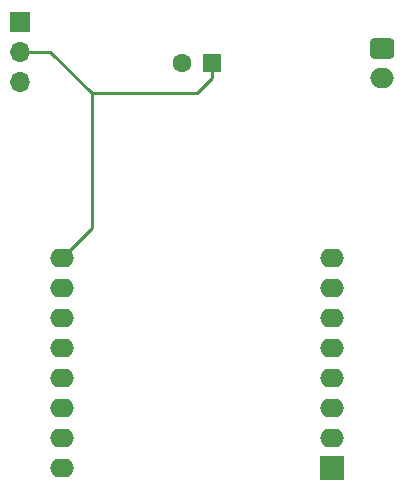
<source format=gbl>
%TF.GenerationSoftware,KiCad,Pcbnew,(5.1.10)-1*%
%TF.CreationDate,2021-09-02T21:54:32+08:00*%
%TF.ProjectId,wemos_board,77656d6f-735f-4626-9f61-72642e6b6963,rev?*%
%TF.SameCoordinates,Original*%
%TF.FileFunction,Copper,L2,Bot*%
%TF.FilePolarity,Positive*%
%FSLAX46Y46*%
G04 Gerber Fmt 4.6, Leading zero omitted, Abs format (unit mm)*
G04 Created by KiCad (PCBNEW (5.1.10)-1) date 2021-09-02 21:54:32*
%MOMM*%
%LPD*%
G01*
G04 APERTURE LIST*
%TA.AperFunction,ComponentPad*%
%ADD10O,2.000000X1.600000*%
%TD*%
%TA.AperFunction,ComponentPad*%
%ADD11R,2.000000X2.000000*%
%TD*%
%TA.AperFunction,ComponentPad*%
%ADD12O,2.000000X1.700000*%
%TD*%
%TA.AperFunction,ComponentPad*%
%ADD13R,1.600000X1.600000*%
%TD*%
%TA.AperFunction,ComponentPad*%
%ADD14C,1.600000*%
%TD*%
%TA.AperFunction,ComponentPad*%
%ADD15O,1.700000X1.700000*%
%TD*%
%TA.AperFunction,ComponentPad*%
%ADD16R,1.700000X1.700000*%
%TD*%
%TA.AperFunction,Conductor*%
%ADD17C,0.250000*%
%TD*%
G04 APERTURE END LIST*
D10*
%TO.P,U1,2*%
%TO.N,Net-(U1-Pad2)*%
X140970000Y-107950000D03*
D11*
%TO.P,U1,1*%
%TO.N,Net-(U1-Pad1)*%
X140970000Y-110490000D03*
D10*
%TO.P,U1,3*%
X140970000Y-105410000D03*
%TO.P,U1,4*%
%TO.N,Net-(R1-Pad2)*%
X140970000Y-102870000D03*
%TO.P,U1,5*%
%TO.N,Net-(U1-Pad5)*%
X140970000Y-100330000D03*
%TO.P,U1,6*%
%TO.N,Net-(U1-Pad6)*%
X140970000Y-97790000D03*
%TO.P,U1,7*%
%TO.N,Net-(U1-Pad7)*%
X140970000Y-95250000D03*
%TO.P,U1,8*%
%TO.N,Net-(U1-Pad8)*%
X140970000Y-92710000D03*
%TO.P,U1,9*%
%TO.N,Net-(C1-Pad1)*%
X118110000Y-92710000D03*
%TO.P,U1,10*%
%TO.N,Net-(C1-Pad2)*%
X118110000Y-95250000D03*
%TO.P,U1,11*%
%TO.N,Net-(J2-Pad3)*%
X118110000Y-97790000D03*
%TO.P,U1,12*%
%TO.N,Net-(U1-Pad12)*%
X118110000Y-100330000D03*
%TO.P,U1,13*%
%TO.N,Net-(U1-Pad13)*%
X118110000Y-102870000D03*
%TO.P,U1,14*%
%TO.N,Net-(U1-Pad14)*%
X118110000Y-105410000D03*
%TO.P,U1,15*%
%TO.N,Net-(U1-Pad15)*%
X118110000Y-107950000D03*
%TO.P,U1,16*%
%TO.N,Net-(U1-Pad16)*%
X118110000Y-110490000D03*
%TD*%
%TO.P,D1,1*%
%TO.N,Net-(C1-Pad2)*%
%TA.AperFunction,ComponentPad*%
G36*
G01*
X144490000Y-74080000D02*
X145990000Y-74080000D01*
G75*
G02*
X146240000Y-74330000I0J-250000D01*
G01*
X146240000Y-75530000D01*
G75*
G02*
X145990000Y-75780000I-250000J0D01*
G01*
X144490000Y-75780000D01*
G75*
G02*
X144240000Y-75530000I0J250000D01*
G01*
X144240000Y-74330000D01*
G75*
G02*
X144490000Y-74080000I250000J0D01*
G01*
G37*
%TD.AperFunction*%
D12*
%TO.P,D1,2*%
%TO.N,Net-(D1-Pad2)*%
X145240000Y-77430000D03*
%TD*%
D13*
%TO.P,C1,1*%
%TO.N,Net-(C1-Pad1)*%
X130810000Y-76200000D03*
D14*
%TO.P,C1,2*%
%TO.N,Net-(C1-Pad2)*%
X128310000Y-76200000D03*
%TD*%
D15*
%TO.P,J2,3*%
%TO.N,Net-(J2-Pad3)*%
X114570000Y-77740000D03*
%TO.P,J2,2*%
%TO.N,Net-(C1-Pad1)*%
X114570000Y-75200000D03*
D16*
%TO.P,J2,1*%
%TO.N,Net-(C1-Pad2)*%
X114570000Y-72660000D03*
%TD*%
D17*
%TO.N,Net-(C1-Pad1)*%
X129540000Y-78740000D02*
X130810000Y-77470000D01*
X120650000Y-78740000D02*
X129540000Y-78740000D01*
X130810000Y-77470000D02*
X130810000Y-76200000D01*
X120650000Y-90170000D02*
X118110000Y-92710000D01*
X120650000Y-78740000D02*
X120650000Y-90170000D01*
X117110000Y-75200000D02*
X114570000Y-75200000D01*
X120650000Y-78740000D02*
X117110000Y-75200000D01*
%TD*%
M02*

</source>
